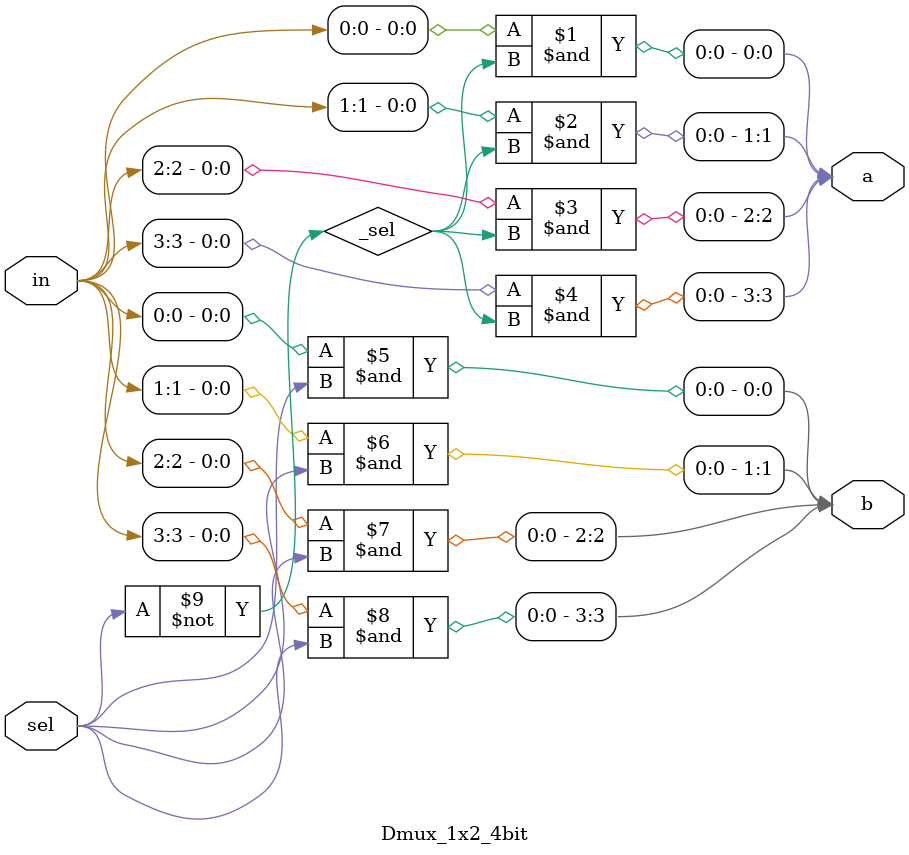
<source format=v>
`timescale 1ns/1ps

module Dmux_1x4_4bit(in, a, b, c, d, sel);
input [4-1:0] in;
input [2-1:0] sel;
output [4-1:0] a, b, c, d;

wire [4-1:0] ab, cd;
Dmux_1x2_4bit Dmux1(in, ab, cd, sel[1]);
Dmux_1x2_4bit Dmux2(ab, a, b, sel[0]);
Dmux_1x2_4bit Dmux3(cd, c, d, sel[0]);

endmodule

module Dmux_1x2_4bit(in, a, b, sel);
input [4-1:0] in;
input sel;
output [4-1:0] a, b;
wire _sel;
not not1(_sel, sel);

and and1(a[0], in[0], _sel);
and and2(a[1], in[1], _sel);
and and3(a[2], in[2], _sel);
and and4(a[3], in[3], _sel);

and and5(b[0], in[0], sel);
and and6(b[1], in[1], sel);
and and7(b[2], in[2], sel);
and and8(b[3], in[3], sel);


endmodule

</source>
